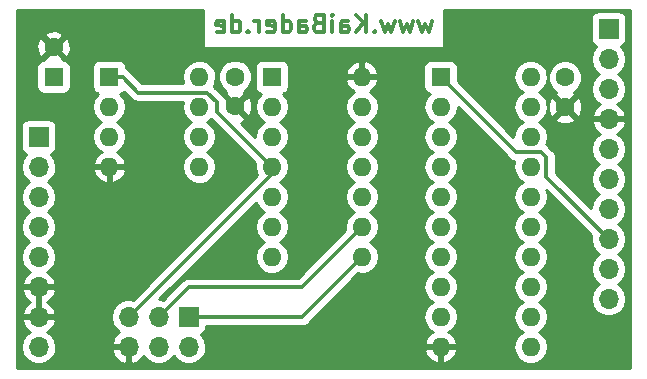
<source format=gbl>
G04 #@! TF.GenerationSoftware,KiCad,Pcbnew,no-vcs-found-104b606~61~ubuntu17.10.1*
G04 #@! TF.CreationDate,2018-02-15T12:11:00+01:00*
G04 #@! TF.ProjectId,arduino_isp_shield,61726475696E6F5F6973705F73686965,rev?*
G04 #@! TF.SameCoordinates,Original*
G04 #@! TF.FileFunction,Copper,L2,Bot,Signal*
G04 #@! TF.FilePolarity,Positive*
%FSLAX46Y46*%
G04 Gerber Fmt 4.6, Leading zero omitted, Abs format (unit mm)*
G04 Created by KiCad (PCBNEW no-vcs-found-104b606~61~ubuntu17.10.1) date Thu Feb 15 12:11:00 2018*
%MOMM*%
%LPD*%
G01*
G04 APERTURE LIST*
%ADD10C,0.300000*%
%ADD11R,1.600000X1.600000*%
%ADD12C,1.600000*%
%ADD13O,1.600000X1.600000*%
%ADD14R,1.700000X1.700000*%
%ADD15O,1.700000X1.700000*%
%ADD16C,0.254000*%
G04 APERTURE END LIST*
D10*
X153958571Y-80323571D02*
X153672857Y-81323571D01*
X153387142Y-80609285D01*
X153101428Y-81323571D01*
X152815714Y-80323571D01*
X152387142Y-80323571D02*
X152101428Y-81323571D01*
X151815714Y-80609285D01*
X151530000Y-81323571D01*
X151244285Y-80323571D01*
X150815714Y-80323571D02*
X150530000Y-81323571D01*
X150244285Y-80609285D01*
X149958571Y-81323571D01*
X149672857Y-80323571D01*
X149101428Y-81180714D02*
X149030000Y-81252142D01*
X149101428Y-81323571D01*
X149172857Y-81252142D01*
X149101428Y-81180714D01*
X149101428Y-81323571D01*
X148387142Y-81323571D02*
X148387142Y-79823571D01*
X147530000Y-81323571D02*
X148172857Y-80466428D01*
X147530000Y-79823571D02*
X148387142Y-80680714D01*
X146244285Y-81323571D02*
X146244285Y-80537857D01*
X146315714Y-80395000D01*
X146458571Y-80323571D01*
X146744285Y-80323571D01*
X146887142Y-80395000D01*
X146244285Y-81252142D02*
X146387142Y-81323571D01*
X146744285Y-81323571D01*
X146887142Y-81252142D01*
X146958571Y-81109285D01*
X146958571Y-80966428D01*
X146887142Y-80823571D01*
X146744285Y-80752142D01*
X146387142Y-80752142D01*
X146244285Y-80680714D01*
X145530000Y-81323571D02*
X145530000Y-80323571D01*
X145530000Y-79823571D02*
X145601428Y-79895000D01*
X145530000Y-79966428D01*
X145458571Y-79895000D01*
X145530000Y-79823571D01*
X145530000Y-79966428D01*
X144315714Y-80537857D02*
X144101428Y-80609285D01*
X144030000Y-80680714D01*
X143958571Y-80823571D01*
X143958571Y-81037857D01*
X144030000Y-81180714D01*
X144101428Y-81252142D01*
X144244285Y-81323571D01*
X144815714Y-81323571D01*
X144815714Y-79823571D01*
X144315714Y-79823571D01*
X144172857Y-79895000D01*
X144101428Y-79966428D01*
X144030000Y-80109285D01*
X144030000Y-80252142D01*
X144101428Y-80395000D01*
X144172857Y-80466428D01*
X144315714Y-80537857D01*
X144815714Y-80537857D01*
X142672857Y-81323571D02*
X142672857Y-80537857D01*
X142744285Y-80395000D01*
X142887142Y-80323571D01*
X143172857Y-80323571D01*
X143315714Y-80395000D01*
X142672857Y-81252142D02*
X142815714Y-81323571D01*
X143172857Y-81323571D01*
X143315714Y-81252142D01*
X143387142Y-81109285D01*
X143387142Y-80966428D01*
X143315714Y-80823571D01*
X143172857Y-80752142D01*
X142815714Y-80752142D01*
X142672857Y-80680714D01*
X141315714Y-81323571D02*
X141315714Y-79823571D01*
X141315714Y-81252142D02*
X141458571Y-81323571D01*
X141744285Y-81323571D01*
X141887142Y-81252142D01*
X141958571Y-81180714D01*
X142030000Y-81037857D01*
X142030000Y-80609285D01*
X141958571Y-80466428D01*
X141887142Y-80395000D01*
X141744285Y-80323571D01*
X141458571Y-80323571D01*
X141315714Y-80395000D01*
X140030000Y-81252142D02*
X140172857Y-81323571D01*
X140458571Y-81323571D01*
X140601428Y-81252142D01*
X140672857Y-81109285D01*
X140672857Y-80537857D01*
X140601428Y-80395000D01*
X140458571Y-80323571D01*
X140172857Y-80323571D01*
X140030000Y-80395000D01*
X139958571Y-80537857D01*
X139958571Y-80680714D01*
X140672857Y-80823571D01*
X139315714Y-81323571D02*
X139315714Y-80323571D01*
X139315714Y-80609285D02*
X139244285Y-80466428D01*
X139172857Y-80395000D01*
X139030000Y-80323571D01*
X138887142Y-80323571D01*
X138387142Y-81180714D02*
X138315714Y-81252142D01*
X138387142Y-81323571D01*
X138458571Y-81252142D01*
X138387142Y-81180714D01*
X138387142Y-81323571D01*
X137030000Y-81323571D02*
X137030000Y-79823571D01*
X137030000Y-81252142D02*
X137172857Y-81323571D01*
X137458571Y-81323571D01*
X137601428Y-81252142D01*
X137672857Y-81180714D01*
X137744285Y-81037857D01*
X137744285Y-80609285D01*
X137672857Y-80466428D01*
X137601428Y-80395000D01*
X137458571Y-80323571D01*
X137172857Y-80323571D01*
X137030000Y-80395000D01*
X135744285Y-81252142D02*
X135887142Y-81323571D01*
X136172857Y-81323571D01*
X136315714Y-81252142D01*
X136387142Y-81109285D01*
X136387142Y-80537857D01*
X136315714Y-80395000D01*
X136172857Y-80323571D01*
X135887142Y-80323571D01*
X135744285Y-80395000D01*
X135672857Y-80537857D01*
X135672857Y-80680714D01*
X136387142Y-80823571D01*
D11*
X121920000Y-85090000D03*
D12*
X121920000Y-82590000D03*
D11*
X126634095Y-85090000D03*
D13*
X134254095Y-92710000D03*
X126634095Y-87630000D03*
X134254095Y-90170000D03*
X126634095Y-90170000D03*
X134254095Y-87630000D03*
X126634095Y-92710000D03*
X134254095Y-85090000D03*
D12*
X165227000Y-87630000D03*
X165227000Y-85130000D03*
X137287000Y-85090000D03*
X137287000Y-87590000D03*
D14*
X168910000Y-81030000D03*
D15*
X168910000Y-83570000D03*
X168910000Y-86110000D03*
X168910000Y-88650000D03*
X168910000Y-91190000D03*
X168910000Y-93730000D03*
X168910000Y-96270000D03*
X168910000Y-98810000D03*
X168910000Y-101350000D03*
X168910000Y-103890000D03*
D14*
X120650000Y-90170000D03*
D15*
X120650000Y-92710000D03*
X120650000Y-95250000D03*
X120650000Y-97790000D03*
X120650000Y-100330000D03*
X120650000Y-102870000D03*
X120650000Y-105410000D03*
X120650000Y-107950000D03*
D11*
X140406714Y-85090000D03*
D13*
X148026714Y-100330000D03*
X140406714Y-87630000D03*
X148026714Y-97790000D03*
X140406714Y-90170000D03*
X148026714Y-95250000D03*
X140406714Y-92710000D03*
X148026714Y-92710000D03*
X140406714Y-95250000D03*
X148026714Y-90170000D03*
X140406714Y-97790000D03*
X148026714Y-87630000D03*
X140406714Y-100330000D03*
X148026714Y-85090000D03*
D14*
X133350000Y-105410000D03*
D15*
X133350000Y-107950000D03*
X130810000Y-105410000D03*
X130810000Y-107950000D03*
X128270000Y-105410000D03*
X128270000Y-107950000D03*
D11*
X154690285Y-85090000D03*
D13*
X162310285Y-107950000D03*
X154690285Y-87630000D03*
X162310285Y-105410000D03*
X154690285Y-90170000D03*
X162310285Y-102870000D03*
X154690285Y-92710000D03*
X162310285Y-100330000D03*
X154690285Y-95250000D03*
X162310285Y-97790000D03*
X154690285Y-97790000D03*
X162310285Y-95250000D03*
X154690285Y-100330000D03*
X162310285Y-92710000D03*
X154690285Y-102870000D03*
X162310285Y-90170000D03*
X154690285Y-105410000D03*
X162310285Y-87630000D03*
X154690285Y-107950000D03*
X162310285Y-85090000D03*
D10*
X133350000Y-105410000D02*
X142946714Y-105410000D01*
X142946714Y-105410000D02*
X148026714Y-100330000D01*
X130810000Y-105410000D02*
X133350000Y-102870000D01*
X133350000Y-102870000D02*
X142946714Y-102870000D01*
X142946714Y-102870000D02*
X148026714Y-97790000D01*
X129095500Y-86423500D02*
X127762000Y-85090000D01*
X127762000Y-85090000D02*
X126634095Y-85090000D01*
X134937500Y-86423500D02*
X129095500Y-86423500D01*
X135763000Y-88074500D02*
X135763000Y-87249000D01*
X136128785Y-88440285D02*
X135763000Y-88074500D01*
X140406714Y-92710000D02*
X136136999Y-88440285D01*
X135763000Y-87249000D02*
X134937500Y-86423500D01*
X136136999Y-88440285D02*
X136128785Y-88440285D01*
X163195000Y-91440000D02*
X163639500Y-91884500D01*
X163826000Y-93722000D02*
X163639500Y-93535500D01*
X163639500Y-93535500D02*
X163639500Y-91884500D01*
X163826000Y-93726000D02*
X163826000Y-93722000D01*
X168910000Y-98810000D02*
X163826000Y-93726000D01*
X168910000Y-98810000D02*
X167709999Y-97609999D01*
X167709999Y-97609999D02*
X167709999Y-97605999D01*
X160920286Y-91324286D02*
X161036000Y-91440000D01*
X161036000Y-91440000D02*
X163195000Y-91440000D01*
X160920286Y-91320001D02*
X160920286Y-91324286D01*
X128270000Y-105410000D02*
X140406714Y-93273286D01*
X140406714Y-93273286D02*
X140406714Y-92710000D01*
X160920286Y-91320001D02*
X154690285Y-85090000D01*
D16*
G36*
X134602143Y-82675000D02*
X154957857Y-82675000D01*
X154957857Y-79450000D01*
X170740001Y-79450000D01*
X170740000Y-109780000D01*
X118820000Y-109780000D01*
X118820000Y-107950000D01*
X119135908Y-107950000D01*
X119251161Y-108529418D01*
X119579375Y-109020625D01*
X120070582Y-109348839D01*
X120503744Y-109435000D01*
X120796256Y-109435000D01*
X121229418Y-109348839D01*
X121720625Y-109020625D01*
X122048839Y-108529418D01*
X122093102Y-108306892D01*
X126828514Y-108306892D01*
X127074817Y-108831358D01*
X127503076Y-109221645D01*
X127913110Y-109391476D01*
X128143000Y-109270155D01*
X128143000Y-108077000D01*
X126949181Y-108077000D01*
X126828514Y-108306892D01*
X122093102Y-108306892D01*
X122164092Y-107950000D01*
X122048839Y-107370582D01*
X121720625Y-106879375D01*
X121401522Y-106666157D01*
X121531358Y-106605183D01*
X121921645Y-106176924D01*
X122091476Y-105766890D01*
X121970155Y-105537000D01*
X120777000Y-105537000D01*
X120777000Y-105557000D01*
X120523000Y-105557000D01*
X120523000Y-105537000D01*
X119329845Y-105537000D01*
X119208524Y-105766890D01*
X119378355Y-106176924D01*
X119768642Y-106605183D01*
X119898478Y-106666157D01*
X119579375Y-106879375D01*
X119251161Y-107370582D01*
X119135908Y-107950000D01*
X118820000Y-107950000D01*
X118820000Y-103226890D01*
X119208524Y-103226890D01*
X119378355Y-103636924D01*
X119768642Y-104065183D01*
X119927954Y-104140000D01*
X119768642Y-104214817D01*
X119378355Y-104643076D01*
X119208524Y-105053110D01*
X119329845Y-105283000D01*
X120523000Y-105283000D01*
X120523000Y-102997000D01*
X120777000Y-102997000D01*
X120777000Y-105283000D01*
X121970155Y-105283000D01*
X122091476Y-105053110D01*
X121921645Y-104643076D01*
X121531358Y-104214817D01*
X121372046Y-104140000D01*
X121531358Y-104065183D01*
X121921645Y-103636924D01*
X122091476Y-103226890D01*
X121970155Y-102997000D01*
X120777000Y-102997000D01*
X120523000Y-102997000D01*
X119329845Y-102997000D01*
X119208524Y-103226890D01*
X118820000Y-103226890D01*
X118820000Y-92710000D01*
X119135908Y-92710000D01*
X119251161Y-93289418D01*
X119579375Y-93780625D01*
X119877761Y-93980000D01*
X119579375Y-94179375D01*
X119251161Y-94670582D01*
X119135908Y-95250000D01*
X119251161Y-95829418D01*
X119579375Y-96320625D01*
X119877761Y-96520000D01*
X119579375Y-96719375D01*
X119251161Y-97210582D01*
X119135908Y-97790000D01*
X119251161Y-98369418D01*
X119579375Y-98860625D01*
X119877761Y-99060000D01*
X119579375Y-99259375D01*
X119251161Y-99750582D01*
X119135908Y-100330000D01*
X119251161Y-100909418D01*
X119579375Y-101400625D01*
X119898478Y-101613843D01*
X119768642Y-101674817D01*
X119378355Y-102103076D01*
X119208524Y-102513110D01*
X119329845Y-102743000D01*
X120523000Y-102743000D01*
X120523000Y-102723000D01*
X120777000Y-102723000D01*
X120777000Y-102743000D01*
X121970155Y-102743000D01*
X122091476Y-102513110D01*
X121921645Y-102103076D01*
X121531358Y-101674817D01*
X121401522Y-101613843D01*
X121720625Y-101400625D01*
X122048839Y-100909418D01*
X122164092Y-100330000D01*
X122048839Y-99750582D01*
X121720625Y-99259375D01*
X121422239Y-99060000D01*
X121720625Y-98860625D01*
X122048839Y-98369418D01*
X122164092Y-97790000D01*
X122048839Y-97210582D01*
X121720625Y-96719375D01*
X121422239Y-96520000D01*
X121720625Y-96320625D01*
X122048839Y-95829418D01*
X122164092Y-95250000D01*
X122048839Y-94670582D01*
X121720625Y-94179375D01*
X121422239Y-93980000D01*
X121720625Y-93780625D01*
X122048839Y-93289418D01*
X122094664Y-93059039D01*
X125242191Y-93059039D01*
X125403054Y-93447423D01*
X125778961Y-93862389D01*
X126285054Y-94101914D01*
X126507095Y-93980629D01*
X126507095Y-92837000D01*
X126761095Y-92837000D01*
X126761095Y-93980629D01*
X126983136Y-94101914D01*
X127489229Y-93862389D01*
X127865136Y-93447423D01*
X128025999Y-93059039D01*
X127904010Y-92837000D01*
X126761095Y-92837000D01*
X126507095Y-92837000D01*
X125364180Y-92837000D01*
X125242191Y-93059039D01*
X122094664Y-93059039D01*
X122164092Y-92710000D01*
X122048839Y-92130582D01*
X121720625Y-91639375D01*
X121702381Y-91627184D01*
X121747765Y-91618157D01*
X121957809Y-91477809D01*
X122098157Y-91267765D01*
X122147440Y-91020000D01*
X122147440Y-89320000D01*
X122098157Y-89072235D01*
X121957809Y-88862191D01*
X121747765Y-88721843D01*
X121500000Y-88672560D01*
X119800000Y-88672560D01*
X119552235Y-88721843D01*
X119342191Y-88862191D01*
X119201843Y-89072235D01*
X119152560Y-89320000D01*
X119152560Y-91020000D01*
X119201843Y-91267765D01*
X119342191Y-91477809D01*
X119552235Y-91618157D01*
X119597619Y-91627184D01*
X119579375Y-91639375D01*
X119251161Y-92130582D01*
X119135908Y-92710000D01*
X118820000Y-92710000D01*
X118820000Y-87630000D01*
X125170982Y-87630000D01*
X125282355Y-88189909D01*
X125599518Y-88664577D01*
X125951853Y-88900000D01*
X125599518Y-89135423D01*
X125282355Y-89610091D01*
X125170982Y-90170000D01*
X125282355Y-90729909D01*
X125599518Y-91204577D01*
X125983203Y-91460947D01*
X125778961Y-91557611D01*
X125403054Y-91972577D01*
X125242191Y-92360961D01*
X125364180Y-92583000D01*
X126507095Y-92583000D01*
X126507095Y-92563000D01*
X126761095Y-92563000D01*
X126761095Y-92583000D01*
X127904010Y-92583000D01*
X128025999Y-92360961D01*
X127865136Y-91972577D01*
X127489229Y-91557611D01*
X127284987Y-91460947D01*
X127668672Y-91204577D01*
X127985835Y-90729909D01*
X128097208Y-90170000D01*
X127985835Y-89610091D01*
X127668672Y-89135423D01*
X127316337Y-88900000D01*
X127668672Y-88664577D01*
X127985835Y-88189909D01*
X128097208Y-87630000D01*
X127985835Y-87070091D01*
X127668672Y-86595423D01*
X127547989Y-86514785D01*
X127681860Y-86488157D01*
X127891904Y-86347809D01*
X127899013Y-86337170D01*
X128485753Y-86923911D01*
X128529547Y-86989453D01*
X128595089Y-87033247D01*
X128595091Y-87033249D01*
X128789208Y-87162954D01*
X129018184Y-87208500D01*
X129018188Y-87208500D01*
X129095500Y-87223878D01*
X129172812Y-87208500D01*
X132874824Y-87208500D01*
X132790982Y-87630000D01*
X132902355Y-88189909D01*
X133219518Y-88664577D01*
X133571853Y-88900000D01*
X133219518Y-89135423D01*
X132902355Y-89610091D01*
X132790982Y-90170000D01*
X132902355Y-90729909D01*
X133219518Y-91204577D01*
X133571853Y-91440000D01*
X133219518Y-91675423D01*
X132902355Y-92150091D01*
X132790982Y-92710000D01*
X132902355Y-93269909D01*
X133219518Y-93744577D01*
X133694186Y-94061740D01*
X134112762Y-94145000D01*
X134395428Y-94145000D01*
X134814004Y-94061740D01*
X135288672Y-93744577D01*
X135605835Y-93269909D01*
X135717208Y-92710000D01*
X135605835Y-92150091D01*
X135288672Y-91675423D01*
X134936337Y-91440000D01*
X135288672Y-91204577D01*
X135605835Y-90729909D01*
X135717208Y-90170000D01*
X135605835Y-89610091D01*
X135288672Y-89135423D01*
X134936337Y-88900000D01*
X135260911Y-88683126D01*
X135262592Y-88684249D01*
X135519036Y-88940693D01*
X135562832Y-89006238D01*
X135653132Y-89066575D01*
X139002160Y-92415604D01*
X138943601Y-92710000D01*
X139054974Y-93269909D01*
X139153091Y-93416752D01*
X128606918Y-103962925D01*
X128416256Y-103925000D01*
X128123744Y-103925000D01*
X127690582Y-104011161D01*
X127199375Y-104339375D01*
X126871161Y-104830582D01*
X126755908Y-105410000D01*
X126871161Y-105989418D01*
X127199375Y-106480625D01*
X127499786Y-106681353D01*
X127074817Y-107068642D01*
X126828514Y-107593108D01*
X126949181Y-107823000D01*
X128143000Y-107823000D01*
X128143000Y-107803000D01*
X128397000Y-107803000D01*
X128397000Y-107823000D01*
X128417000Y-107823000D01*
X128417000Y-108077000D01*
X128397000Y-108077000D01*
X128397000Y-109270155D01*
X128626890Y-109391476D01*
X129036924Y-109221645D01*
X129465183Y-108831358D01*
X129526157Y-108701522D01*
X129739375Y-109020625D01*
X130230582Y-109348839D01*
X130663744Y-109435000D01*
X130956256Y-109435000D01*
X131389418Y-109348839D01*
X131880625Y-109020625D01*
X132080000Y-108722239D01*
X132279375Y-109020625D01*
X132770582Y-109348839D01*
X133203744Y-109435000D01*
X133496256Y-109435000D01*
X133929418Y-109348839D01*
X134420625Y-109020625D01*
X134748839Y-108529418D01*
X134794664Y-108299039D01*
X153298381Y-108299039D01*
X153459244Y-108687423D01*
X153835151Y-109102389D01*
X154341244Y-109341914D01*
X154563285Y-109220629D01*
X154563285Y-108077000D01*
X154817285Y-108077000D01*
X154817285Y-109220629D01*
X155039326Y-109341914D01*
X155545419Y-109102389D01*
X155921326Y-108687423D01*
X156082189Y-108299039D01*
X155960200Y-108077000D01*
X154817285Y-108077000D01*
X154563285Y-108077000D01*
X153420370Y-108077000D01*
X153298381Y-108299039D01*
X134794664Y-108299039D01*
X134864092Y-107950000D01*
X134748839Y-107370582D01*
X134420625Y-106879375D01*
X134402381Y-106867184D01*
X134447765Y-106858157D01*
X134657809Y-106717809D01*
X134798157Y-106507765D01*
X134847440Y-106260000D01*
X134847440Y-106195000D01*
X142869402Y-106195000D01*
X142946714Y-106210378D01*
X143024026Y-106195000D01*
X143024030Y-106195000D01*
X143253006Y-106149454D01*
X143512667Y-105975953D01*
X143556463Y-105910408D01*
X147732318Y-101734554D01*
X147885381Y-101765000D01*
X148168047Y-101765000D01*
X148586623Y-101681740D01*
X149061291Y-101364577D01*
X149378454Y-100889909D01*
X149489827Y-100330000D01*
X149378454Y-99770091D01*
X149061291Y-99295423D01*
X148708956Y-99060000D01*
X149061291Y-98824577D01*
X149378454Y-98349909D01*
X149489827Y-97790000D01*
X149378454Y-97230091D01*
X149061291Y-96755423D01*
X148708956Y-96520000D01*
X149061291Y-96284577D01*
X149378454Y-95809909D01*
X149489827Y-95250000D01*
X149378454Y-94690091D01*
X149061291Y-94215423D01*
X148708956Y-93980000D01*
X149061291Y-93744577D01*
X149378454Y-93269909D01*
X149489827Y-92710000D01*
X149378454Y-92150091D01*
X149061291Y-91675423D01*
X148708956Y-91440000D01*
X149061291Y-91204577D01*
X149378454Y-90729909D01*
X149489827Y-90170000D01*
X149378454Y-89610091D01*
X149061291Y-89135423D01*
X148708956Y-88900000D01*
X149061291Y-88664577D01*
X149378454Y-88189909D01*
X149489827Y-87630000D01*
X153227172Y-87630000D01*
X153338545Y-88189909D01*
X153655708Y-88664577D01*
X154008043Y-88900000D01*
X153655708Y-89135423D01*
X153338545Y-89610091D01*
X153227172Y-90170000D01*
X153338545Y-90729909D01*
X153655708Y-91204577D01*
X154008043Y-91440000D01*
X153655708Y-91675423D01*
X153338545Y-92150091D01*
X153227172Y-92710000D01*
X153338545Y-93269909D01*
X153655708Y-93744577D01*
X154008043Y-93980000D01*
X153655708Y-94215423D01*
X153338545Y-94690091D01*
X153227172Y-95250000D01*
X153338545Y-95809909D01*
X153655708Y-96284577D01*
X154008043Y-96520000D01*
X153655708Y-96755423D01*
X153338545Y-97230091D01*
X153227172Y-97790000D01*
X153338545Y-98349909D01*
X153655708Y-98824577D01*
X154008043Y-99060000D01*
X153655708Y-99295423D01*
X153338545Y-99770091D01*
X153227172Y-100330000D01*
X153338545Y-100889909D01*
X153655708Y-101364577D01*
X154008043Y-101600000D01*
X153655708Y-101835423D01*
X153338545Y-102310091D01*
X153227172Y-102870000D01*
X153338545Y-103429909D01*
X153655708Y-103904577D01*
X154008043Y-104140000D01*
X153655708Y-104375423D01*
X153338545Y-104850091D01*
X153227172Y-105410000D01*
X153338545Y-105969909D01*
X153655708Y-106444577D01*
X154039393Y-106700947D01*
X153835151Y-106797611D01*
X153459244Y-107212577D01*
X153298381Y-107600961D01*
X153420370Y-107823000D01*
X154563285Y-107823000D01*
X154563285Y-107803000D01*
X154817285Y-107803000D01*
X154817285Y-107823000D01*
X155960200Y-107823000D01*
X156082189Y-107600961D01*
X155921326Y-107212577D01*
X155545419Y-106797611D01*
X155341177Y-106700947D01*
X155724862Y-106444577D01*
X156042025Y-105969909D01*
X156153398Y-105410000D01*
X156042025Y-104850091D01*
X155724862Y-104375423D01*
X155372527Y-104140000D01*
X155724862Y-103904577D01*
X156042025Y-103429909D01*
X156153398Y-102870000D01*
X156042025Y-102310091D01*
X155724862Y-101835423D01*
X155372527Y-101600000D01*
X155724862Y-101364577D01*
X156042025Y-100889909D01*
X156153398Y-100330000D01*
X156042025Y-99770091D01*
X155724862Y-99295423D01*
X155372527Y-99060000D01*
X155724862Y-98824577D01*
X156042025Y-98349909D01*
X156153398Y-97790000D01*
X156042025Y-97230091D01*
X155724862Y-96755423D01*
X155372527Y-96520000D01*
X155724862Y-96284577D01*
X156042025Y-95809909D01*
X156153398Y-95250000D01*
X156042025Y-94690091D01*
X155724862Y-94215423D01*
X155372527Y-93980000D01*
X155724862Y-93744577D01*
X156042025Y-93269909D01*
X156153398Y-92710000D01*
X156042025Y-92150091D01*
X155724862Y-91675423D01*
X155372527Y-91440000D01*
X155724862Y-91204577D01*
X156042025Y-90729909D01*
X156153398Y-90170000D01*
X156042025Y-89610091D01*
X155724862Y-89135423D01*
X155372527Y-88900000D01*
X155724862Y-88664577D01*
X156042025Y-88189909D01*
X156147878Y-87657750D01*
X160301910Y-91811783D01*
X160354333Y-91890239D01*
X160419878Y-91934035D01*
X160426251Y-91940408D01*
X160470047Y-92005953D01*
X160729708Y-92179454D01*
X160944217Y-92222122D01*
X160847172Y-92710000D01*
X160958545Y-93269909D01*
X161275708Y-93744577D01*
X161628043Y-93980000D01*
X161275708Y-94215423D01*
X160958545Y-94690091D01*
X160847172Y-95250000D01*
X160958545Y-95809909D01*
X161275708Y-96284577D01*
X161628043Y-96520000D01*
X161275708Y-96755423D01*
X160958545Y-97230091D01*
X160847172Y-97790000D01*
X160958545Y-98349909D01*
X161275708Y-98824577D01*
X161628043Y-99060000D01*
X161275708Y-99295423D01*
X160958545Y-99770091D01*
X160847172Y-100330000D01*
X160958545Y-100889909D01*
X161275708Y-101364577D01*
X161628043Y-101600000D01*
X161275708Y-101835423D01*
X160958545Y-102310091D01*
X160847172Y-102870000D01*
X160958545Y-103429909D01*
X161275708Y-103904577D01*
X161628043Y-104140000D01*
X161275708Y-104375423D01*
X160958545Y-104850091D01*
X160847172Y-105410000D01*
X160958545Y-105969909D01*
X161275708Y-106444577D01*
X161628043Y-106680000D01*
X161275708Y-106915423D01*
X160958545Y-107390091D01*
X160847172Y-107950000D01*
X160958545Y-108509909D01*
X161275708Y-108984577D01*
X161750376Y-109301740D01*
X162168952Y-109385000D01*
X162451618Y-109385000D01*
X162870194Y-109301740D01*
X163344862Y-108984577D01*
X163662025Y-108509909D01*
X163773398Y-107950000D01*
X163662025Y-107390091D01*
X163344862Y-106915423D01*
X162992527Y-106680000D01*
X163344862Y-106444577D01*
X163662025Y-105969909D01*
X163773398Y-105410000D01*
X163662025Y-104850091D01*
X163344862Y-104375423D01*
X162992527Y-104140000D01*
X163344862Y-103904577D01*
X163662025Y-103429909D01*
X163773398Y-102870000D01*
X163662025Y-102310091D01*
X163344862Y-101835423D01*
X162992527Y-101600000D01*
X163344862Y-101364577D01*
X163662025Y-100889909D01*
X163773398Y-100330000D01*
X163662025Y-99770091D01*
X163344862Y-99295423D01*
X162992527Y-99060000D01*
X163344862Y-98824577D01*
X163662025Y-98349909D01*
X163773398Y-97790000D01*
X163662025Y-97230091D01*
X163344862Y-96755423D01*
X162992527Y-96520000D01*
X163344862Y-96284577D01*
X163662025Y-95809909D01*
X163773398Y-95250000D01*
X163662025Y-94690091D01*
X163625962Y-94636119D01*
X167100250Y-98110407D01*
X167144046Y-98175952D01*
X167209591Y-98219748D01*
X167462925Y-98473082D01*
X167395908Y-98810000D01*
X167511161Y-99389418D01*
X167839375Y-99880625D01*
X168137761Y-100080000D01*
X167839375Y-100279375D01*
X167511161Y-100770582D01*
X167395908Y-101350000D01*
X167511161Y-101929418D01*
X167839375Y-102420625D01*
X168137761Y-102620000D01*
X167839375Y-102819375D01*
X167511161Y-103310582D01*
X167395908Y-103890000D01*
X167511161Y-104469418D01*
X167839375Y-104960625D01*
X168330582Y-105288839D01*
X168763744Y-105375000D01*
X169056256Y-105375000D01*
X169489418Y-105288839D01*
X169980625Y-104960625D01*
X170308839Y-104469418D01*
X170424092Y-103890000D01*
X170308839Y-103310582D01*
X169980625Y-102819375D01*
X169682239Y-102620000D01*
X169980625Y-102420625D01*
X170308839Y-101929418D01*
X170424092Y-101350000D01*
X170308839Y-100770582D01*
X169980625Y-100279375D01*
X169682239Y-100080000D01*
X169980625Y-99880625D01*
X170308839Y-99389418D01*
X170424092Y-98810000D01*
X170308839Y-98230582D01*
X169980625Y-97739375D01*
X169682239Y-97540000D01*
X169980625Y-97340625D01*
X170308839Y-96849418D01*
X170424092Y-96270000D01*
X170308839Y-95690582D01*
X169980625Y-95199375D01*
X169682239Y-95000000D01*
X169980625Y-94800625D01*
X170308839Y-94309418D01*
X170424092Y-93730000D01*
X170308839Y-93150582D01*
X169980625Y-92659375D01*
X169682239Y-92460000D01*
X169980625Y-92260625D01*
X170308839Y-91769418D01*
X170424092Y-91190000D01*
X170308839Y-90610582D01*
X169980625Y-90119375D01*
X169661522Y-89906157D01*
X169791358Y-89845183D01*
X170181645Y-89416924D01*
X170351476Y-89006890D01*
X170230155Y-88777000D01*
X169037000Y-88777000D01*
X169037000Y-88797000D01*
X168783000Y-88797000D01*
X168783000Y-88777000D01*
X167589845Y-88777000D01*
X167468524Y-89006890D01*
X167638355Y-89416924D01*
X168028642Y-89845183D01*
X168158478Y-89906157D01*
X167839375Y-90119375D01*
X167511161Y-90610582D01*
X167395908Y-91190000D01*
X167511161Y-91769418D01*
X167839375Y-92260625D01*
X168137761Y-92460000D01*
X167839375Y-92659375D01*
X167511161Y-93150582D01*
X167395908Y-93730000D01*
X167511161Y-94309418D01*
X167839375Y-94800625D01*
X168137761Y-95000000D01*
X167839375Y-95199375D01*
X167511161Y-95690582D01*
X167409886Y-96199729D01*
X164443804Y-93233647D01*
X164435749Y-93221592D01*
X164424500Y-93204757D01*
X164424500Y-91961812D01*
X164439878Y-91884500D01*
X164424500Y-91807188D01*
X164424500Y-91807184D01*
X164378954Y-91578208D01*
X164205453Y-91318547D01*
X164139908Y-91274751D01*
X163804749Y-90939592D01*
X163760953Y-90874047D01*
X163625977Y-90783858D01*
X163662025Y-90729909D01*
X163773398Y-90170000D01*
X163662025Y-89610091D01*
X163344862Y-89135423D01*
X162992527Y-88900000D01*
X163344862Y-88664577D01*
X163362790Y-88637745D01*
X164398861Y-88637745D01*
X164472995Y-88883864D01*
X165010223Y-89076965D01*
X165580454Y-89049778D01*
X165981005Y-88883864D01*
X166055139Y-88637745D01*
X165227000Y-87809605D01*
X164398861Y-88637745D01*
X163362790Y-88637745D01*
X163662025Y-88189909D01*
X163773398Y-87630000D01*
X163730279Y-87413223D01*
X163780035Y-87413223D01*
X163807222Y-87983454D01*
X163973136Y-88384005D01*
X164219255Y-88458139D01*
X165047395Y-87630000D01*
X165406605Y-87630000D01*
X166234745Y-88458139D01*
X166480864Y-88384005D01*
X166673965Y-87846777D01*
X166646778Y-87276546D01*
X166480864Y-86875995D01*
X166234745Y-86801861D01*
X165406605Y-87630000D01*
X165047395Y-87630000D01*
X164219255Y-86801861D01*
X163973136Y-86875995D01*
X163780035Y-87413223D01*
X163730279Y-87413223D01*
X163662025Y-87070091D01*
X163344862Y-86595423D01*
X162992527Y-86360000D01*
X163344862Y-86124577D01*
X163662025Y-85649909D01*
X163773398Y-85090000D01*
X163724578Y-84844561D01*
X163792000Y-84844561D01*
X163792000Y-85415439D01*
X164010466Y-85942862D01*
X164414138Y-86346534D01*
X164479299Y-86373525D01*
X164472995Y-86376136D01*
X164398861Y-86622255D01*
X165227000Y-87450395D01*
X166055139Y-86622255D01*
X165981005Y-86376136D01*
X165974254Y-86373710D01*
X166039862Y-86346534D01*
X166443534Y-85942862D01*
X166662000Y-85415439D01*
X166662000Y-84844561D01*
X166443534Y-84317138D01*
X166039862Y-83913466D01*
X165512439Y-83695000D01*
X164941561Y-83695000D01*
X164414138Y-83913466D01*
X164010466Y-84317138D01*
X163792000Y-84844561D01*
X163724578Y-84844561D01*
X163662025Y-84530091D01*
X163344862Y-84055423D01*
X162870194Y-83738260D01*
X162451618Y-83655000D01*
X162168952Y-83655000D01*
X161750376Y-83738260D01*
X161275708Y-84055423D01*
X160958545Y-84530091D01*
X160847172Y-85090000D01*
X160958545Y-85649909D01*
X161275708Y-86124577D01*
X161628043Y-86360000D01*
X161275708Y-86595423D01*
X160958545Y-87070091D01*
X160847172Y-87630000D01*
X160958545Y-88189909D01*
X161275708Y-88664577D01*
X161628043Y-88900000D01*
X161275708Y-89135423D01*
X160958545Y-89610091D01*
X160852692Y-90142249D01*
X156137725Y-85427283D01*
X156137725Y-84290000D01*
X156088442Y-84042235D01*
X155948094Y-83832191D01*
X155738050Y-83691843D01*
X155490285Y-83642560D01*
X153890285Y-83642560D01*
X153642520Y-83691843D01*
X153432476Y-83832191D01*
X153292128Y-84042235D01*
X153242845Y-84290000D01*
X153242845Y-85890000D01*
X153292128Y-86137765D01*
X153432476Y-86347809D01*
X153642520Y-86488157D01*
X153776391Y-86514785D01*
X153655708Y-86595423D01*
X153338545Y-87070091D01*
X153227172Y-87630000D01*
X149489827Y-87630000D01*
X149378454Y-87070091D01*
X149061291Y-86595423D01*
X148677606Y-86339053D01*
X148881848Y-86242389D01*
X149257755Y-85827423D01*
X149418618Y-85439039D01*
X149296629Y-85217000D01*
X148153714Y-85217000D01*
X148153714Y-85237000D01*
X147899714Y-85237000D01*
X147899714Y-85217000D01*
X146756799Y-85217000D01*
X146634810Y-85439039D01*
X146795673Y-85827423D01*
X147171580Y-86242389D01*
X147375822Y-86339053D01*
X146992137Y-86595423D01*
X146674974Y-87070091D01*
X146563601Y-87630000D01*
X146674974Y-88189909D01*
X146992137Y-88664577D01*
X147344472Y-88900000D01*
X146992137Y-89135423D01*
X146674974Y-89610091D01*
X146563601Y-90170000D01*
X146674974Y-90729909D01*
X146992137Y-91204577D01*
X147344472Y-91440000D01*
X146992137Y-91675423D01*
X146674974Y-92150091D01*
X146563601Y-92710000D01*
X146674974Y-93269909D01*
X146992137Y-93744577D01*
X147344472Y-93980000D01*
X146992137Y-94215423D01*
X146674974Y-94690091D01*
X146563601Y-95250000D01*
X146674974Y-95809909D01*
X146992137Y-96284577D01*
X147344472Y-96520000D01*
X146992137Y-96755423D01*
X146674974Y-97230091D01*
X146563601Y-97790000D01*
X146622160Y-98084396D01*
X142621557Y-102085000D01*
X133427310Y-102085000D01*
X133349999Y-102069622D01*
X133272688Y-102085000D01*
X133272684Y-102085000D01*
X133043708Y-102130546D01*
X133043706Y-102130547D01*
X133043707Y-102130547D01*
X132849591Y-102260251D01*
X132849589Y-102260253D01*
X132784047Y-102304047D01*
X132740253Y-102369589D01*
X131146918Y-103962925D01*
X130956256Y-103925000D01*
X130865157Y-103925000D01*
X139042576Y-95747581D01*
X139054974Y-95809909D01*
X139372137Y-96284577D01*
X139724472Y-96520000D01*
X139372137Y-96755423D01*
X139054974Y-97230091D01*
X138943601Y-97790000D01*
X139054974Y-98349909D01*
X139372137Y-98824577D01*
X139724472Y-99060000D01*
X139372137Y-99295423D01*
X139054974Y-99770091D01*
X138943601Y-100330000D01*
X139054974Y-100889909D01*
X139372137Y-101364577D01*
X139846805Y-101681740D01*
X140265381Y-101765000D01*
X140548047Y-101765000D01*
X140966623Y-101681740D01*
X141441291Y-101364577D01*
X141758454Y-100889909D01*
X141869827Y-100330000D01*
X141758454Y-99770091D01*
X141441291Y-99295423D01*
X141088956Y-99060000D01*
X141441291Y-98824577D01*
X141758454Y-98349909D01*
X141869827Y-97790000D01*
X141758454Y-97230091D01*
X141441291Y-96755423D01*
X141088956Y-96520000D01*
X141441291Y-96284577D01*
X141758454Y-95809909D01*
X141869827Y-95250000D01*
X141758454Y-94690091D01*
X141441291Y-94215423D01*
X141088956Y-93980000D01*
X141441291Y-93744577D01*
X141758454Y-93269909D01*
X141869827Y-92710000D01*
X141758454Y-92150091D01*
X141441291Y-91675423D01*
X141088956Y-91440000D01*
X141441291Y-91204577D01*
X141758454Y-90729909D01*
X141869827Y-90170000D01*
X141758454Y-89610091D01*
X141441291Y-89135423D01*
X141088956Y-88900000D01*
X141441291Y-88664577D01*
X141758454Y-88189909D01*
X141869827Y-87630000D01*
X141758454Y-87070091D01*
X141441291Y-86595423D01*
X141320608Y-86514785D01*
X141454479Y-86488157D01*
X141664523Y-86347809D01*
X141804871Y-86137765D01*
X141854154Y-85890000D01*
X141854154Y-84740961D01*
X146634810Y-84740961D01*
X146756799Y-84963000D01*
X147899714Y-84963000D01*
X147899714Y-83819371D01*
X148153714Y-83819371D01*
X148153714Y-84963000D01*
X149296629Y-84963000D01*
X149418618Y-84740961D01*
X149257755Y-84352577D01*
X148881848Y-83937611D01*
X148375755Y-83698086D01*
X148153714Y-83819371D01*
X147899714Y-83819371D01*
X147677673Y-83698086D01*
X147171580Y-83937611D01*
X146795673Y-84352577D01*
X146634810Y-84740961D01*
X141854154Y-84740961D01*
X141854154Y-84290000D01*
X141804871Y-84042235D01*
X141664523Y-83832191D01*
X141454479Y-83691843D01*
X141206714Y-83642560D01*
X139606714Y-83642560D01*
X139358949Y-83691843D01*
X139148905Y-83832191D01*
X139008557Y-84042235D01*
X138959274Y-84290000D01*
X138959274Y-85890000D01*
X139008557Y-86137765D01*
X139148905Y-86347809D01*
X139358949Y-86488157D01*
X139492820Y-86514785D01*
X139372137Y-86595423D01*
X139054974Y-87070091D01*
X138943601Y-87630000D01*
X139054974Y-88189909D01*
X139372137Y-88664577D01*
X139724472Y-88900000D01*
X139372137Y-89135423D01*
X139054974Y-89610091D01*
X138949121Y-90142249D01*
X137765043Y-88958172D01*
X138041005Y-88843864D01*
X138115139Y-88597745D01*
X137287000Y-87769605D01*
X137272858Y-87783748D01*
X137093253Y-87604143D01*
X137107395Y-87590000D01*
X137466605Y-87590000D01*
X138294745Y-88418139D01*
X138540864Y-88344005D01*
X138733965Y-87806777D01*
X138706778Y-87236546D01*
X138540864Y-86835995D01*
X138294745Y-86761861D01*
X137466605Y-87590000D01*
X137107395Y-87590000D01*
X136512970Y-86995576D01*
X136502454Y-86942708D01*
X136422885Y-86823625D01*
X136372749Y-86748591D01*
X136372747Y-86748589D01*
X136328953Y-86683047D01*
X136263411Y-86639253D01*
X135547248Y-85923091D01*
X135503453Y-85857547D01*
X135478318Y-85840752D01*
X135605835Y-85649909D01*
X135717208Y-85090000D01*
X135660431Y-84804561D01*
X135852000Y-84804561D01*
X135852000Y-85375439D01*
X136070466Y-85902862D01*
X136474138Y-86306534D01*
X136539299Y-86333525D01*
X136532995Y-86336136D01*
X136458861Y-86582255D01*
X137287000Y-87410395D01*
X138115139Y-86582255D01*
X138041005Y-86336136D01*
X138034254Y-86333710D01*
X138099862Y-86306534D01*
X138503534Y-85902862D01*
X138722000Y-85375439D01*
X138722000Y-84804561D01*
X138503534Y-84277138D01*
X138099862Y-83873466D01*
X137572439Y-83655000D01*
X137001561Y-83655000D01*
X136474138Y-83873466D01*
X136070466Y-84277138D01*
X135852000Y-84804561D01*
X135660431Y-84804561D01*
X135605835Y-84530091D01*
X135288672Y-84055423D01*
X134814004Y-83738260D01*
X134395428Y-83655000D01*
X134112762Y-83655000D01*
X133694186Y-83738260D01*
X133219518Y-84055423D01*
X132902355Y-84530091D01*
X132790982Y-85090000D01*
X132900086Y-85638500D01*
X129420658Y-85638500D01*
X128371749Y-84589592D01*
X128327953Y-84524047D01*
X128081535Y-84359395D01*
X128081535Y-84290000D01*
X128032252Y-84042235D01*
X127891904Y-83832191D01*
X127681860Y-83691843D01*
X127434095Y-83642560D01*
X125834095Y-83642560D01*
X125586330Y-83691843D01*
X125376286Y-83832191D01*
X125235938Y-84042235D01*
X125186655Y-84290000D01*
X125186655Y-85890000D01*
X125235938Y-86137765D01*
X125376286Y-86347809D01*
X125586330Y-86488157D01*
X125720201Y-86514785D01*
X125599518Y-86595423D01*
X125282355Y-87070091D01*
X125170982Y-87630000D01*
X118820000Y-87630000D01*
X118820000Y-84290000D01*
X120472560Y-84290000D01*
X120472560Y-85890000D01*
X120521843Y-86137765D01*
X120662191Y-86347809D01*
X120872235Y-86488157D01*
X121120000Y-86537440D01*
X122720000Y-86537440D01*
X122967765Y-86488157D01*
X123177809Y-86347809D01*
X123318157Y-86137765D01*
X123367440Y-85890000D01*
X123367440Y-84290000D01*
X123318157Y-84042235D01*
X123177809Y-83832191D01*
X122967765Y-83691843D01*
X122733813Y-83645307D01*
X122748139Y-83597745D01*
X122720395Y-83570000D01*
X167395908Y-83570000D01*
X167511161Y-84149418D01*
X167839375Y-84640625D01*
X168137761Y-84840000D01*
X167839375Y-85039375D01*
X167511161Y-85530582D01*
X167395908Y-86110000D01*
X167511161Y-86689418D01*
X167839375Y-87180625D01*
X168158478Y-87393843D01*
X168028642Y-87454817D01*
X167638355Y-87883076D01*
X167468524Y-88293110D01*
X167589845Y-88523000D01*
X168783000Y-88523000D01*
X168783000Y-88503000D01*
X169037000Y-88503000D01*
X169037000Y-88523000D01*
X170230155Y-88523000D01*
X170351476Y-88293110D01*
X170181645Y-87883076D01*
X169791358Y-87454817D01*
X169661522Y-87393843D01*
X169980625Y-87180625D01*
X170308839Y-86689418D01*
X170424092Y-86110000D01*
X170308839Y-85530582D01*
X169980625Y-85039375D01*
X169682239Y-84840000D01*
X169980625Y-84640625D01*
X170308839Y-84149418D01*
X170424092Y-83570000D01*
X170308839Y-82990582D01*
X169980625Y-82499375D01*
X169962381Y-82487184D01*
X170007765Y-82478157D01*
X170217809Y-82337809D01*
X170358157Y-82127765D01*
X170407440Y-81880000D01*
X170407440Y-80180000D01*
X170358157Y-79932235D01*
X170217809Y-79722191D01*
X170007765Y-79581843D01*
X169760000Y-79532560D01*
X168060000Y-79532560D01*
X167812235Y-79581843D01*
X167602191Y-79722191D01*
X167461843Y-79932235D01*
X167412560Y-80180000D01*
X167412560Y-81880000D01*
X167461843Y-82127765D01*
X167602191Y-82337809D01*
X167812235Y-82478157D01*
X167857619Y-82487184D01*
X167839375Y-82499375D01*
X167511161Y-82990582D01*
X167395908Y-83570000D01*
X122720395Y-83570000D01*
X121920000Y-82769605D01*
X121091861Y-83597745D01*
X121106187Y-83645307D01*
X120872235Y-83691843D01*
X120662191Y-83832191D01*
X120521843Y-84042235D01*
X120472560Y-84290000D01*
X118820000Y-84290000D01*
X118820000Y-82373223D01*
X120473035Y-82373223D01*
X120500222Y-82943454D01*
X120666136Y-83344005D01*
X120912255Y-83418139D01*
X121740395Y-82590000D01*
X122099605Y-82590000D01*
X122927745Y-83418139D01*
X123173864Y-83344005D01*
X123366965Y-82806777D01*
X123339778Y-82236546D01*
X123173864Y-81835995D01*
X122927745Y-81761861D01*
X122099605Y-82590000D01*
X121740395Y-82590000D01*
X120912255Y-81761861D01*
X120666136Y-81835995D01*
X120473035Y-82373223D01*
X118820000Y-82373223D01*
X118820000Y-81582255D01*
X121091861Y-81582255D01*
X121920000Y-82410395D01*
X122748139Y-81582255D01*
X122674005Y-81336136D01*
X122136777Y-81143035D01*
X121566546Y-81170222D01*
X121165995Y-81336136D01*
X121091861Y-81582255D01*
X118820000Y-81582255D01*
X118820000Y-79450000D01*
X134602143Y-79450000D01*
X134602143Y-82675000D01*
X134602143Y-82675000D01*
G37*
X134602143Y-82675000D02*
X154957857Y-82675000D01*
X154957857Y-79450000D01*
X170740001Y-79450000D01*
X170740000Y-109780000D01*
X118820000Y-109780000D01*
X118820000Y-107950000D01*
X119135908Y-107950000D01*
X119251161Y-108529418D01*
X119579375Y-109020625D01*
X120070582Y-109348839D01*
X120503744Y-109435000D01*
X120796256Y-109435000D01*
X121229418Y-109348839D01*
X121720625Y-109020625D01*
X122048839Y-108529418D01*
X122093102Y-108306892D01*
X126828514Y-108306892D01*
X127074817Y-108831358D01*
X127503076Y-109221645D01*
X127913110Y-109391476D01*
X128143000Y-109270155D01*
X128143000Y-108077000D01*
X126949181Y-108077000D01*
X126828514Y-108306892D01*
X122093102Y-108306892D01*
X122164092Y-107950000D01*
X122048839Y-107370582D01*
X121720625Y-106879375D01*
X121401522Y-106666157D01*
X121531358Y-106605183D01*
X121921645Y-106176924D01*
X122091476Y-105766890D01*
X121970155Y-105537000D01*
X120777000Y-105537000D01*
X120777000Y-105557000D01*
X120523000Y-105557000D01*
X120523000Y-105537000D01*
X119329845Y-105537000D01*
X119208524Y-105766890D01*
X119378355Y-106176924D01*
X119768642Y-106605183D01*
X119898478Y-106666157D01*
X119579375Y-106879375D01*
X119251161Y-107370582D01*
X119135908Y-107950000D01*
X118820000Y-107950000D01*
X118820000Y-103226890D01*
X119208524Y-103226890D01*
X119378355Y-103636924D01*
X119768642Y-104065183D01*
X119927954Y-104140000D01*
X119768642Y-104214817D01*
X119378355Y-104643076D01*
X119208524Y-105053110D01*
X119329845Y-105283000D01*
X120523000Y-105283000D01*
X120523000Y-102997000D01*
X120777000Y-102997000D01*
X120777000Y-105283000D01*
X121970155Y-105283000D01*
X122091476Y-105053110D01*
X121921645Y-104643076D01*
X121531358Y-104214817D01*
X121372046Y-104140000D01*
X121531358Y-104065183D01*
X121921645Y-103636924D01*
X122091476Y-103226890D01*
X121970155Y-102997000D01*
X120777000Y-102997000D01*
X120523000Y-102997000D01*
X119329845Y-102997000D01*
X119208524Y-103226890D01*
X118820000Y-103226890D01*
X118820000Y-92710000D01*
X119135908Y-92710000D01*
X119251161Y-93289418D01*
X119579375Y-93780625D01*
X119877761Y-93980000D01*
X119579375Y-94179375D01*
X119251161Y-94670582D01*
X119135908Y-95250000D01*
X119251161Y-95829418D01*
X119579375Y-96320625D01*
X119877761Y-96520000D01*
X119579375Y-96719375D01*
X119251161Y-97210582D01*
X119135908Y-97790000D01*
X119251161Y-98369418D01*
X119579375Y-98860625D01*
X119877761Y-99060000D01*
X119579375Y-99259375D01*
X119251161Y-99750582D01*
X119135908Y-100330000D01*
X119251161Y-100909418D01*
X119579375Y-101400625D01*
X119898478Y-101613843D01*
X119768642Y-101674817D01*
X119378355Y-102103076D01*
X119208524Y-102513110D01*
X119329845Y-102743000D01*
X120523000Y-102743000D01*
X120523000Y-102723000D01*
X120777000Y-102723000D01*
X120777000Y-102743000D01*
X121970155Y-102743000D01*
X122091476Y-102513110D01*
X121921645Y-102103076D01*
X121531358Y-101674817D01*
X121401522Y-101613843D01*
X121720625Y-101400625D01*
X122048839Y-100909418D01*
X122164092Y-100330000D01*
X122048839Y-99750582D01*
X121720625Y-99259375D01*
X121422239Y-99060000D01*
X121720625Y-98860625D01*
X122048839Y-98369418D01*
X122164092Y-97790000D01*
X122048839Y-97210582D01*
X121720625Y-96719375D01*
X121422239Y-96520000D01*
X121720625Y-96320625D01*
X122048839Y-95829418D01*
X122164092Y-95250000D01*
X122048839Y-94670582D01*
X121720625Y-94179375D01*
X121422239Y-93980000D01*
X121720625Y-93780625D01*
X122048839Y-93289418D01*
X122094664Y-93059039D01*
X125242191Y-93059039D01*
X125403054Y-93447423D01*
X125778961Y-93862389D01*
X126285054Y-94101914D01*
X126507095Y-93980629D01*
X126507095Y-92837000D01*
X126761095Y-92837000D01*
X126761095Y-93980629D01*
X126983136Y-94101914D01*
X127489229Y-93862389D01*
X127865136Y-93447423D01*
X128025999Y-93059039D01*
X127904010Y-92837000D01*
X126761095Y-92837000D01*
X126507095Y-92837000D01*
X125364180Y-92837000D01*
X125242191Y-93059039D01*
X122094664Y-93059039D01*
X122164092Y-92710000D01*
X122048839Y-92130582D01*
X121720625Y-91639375D01*
X121702381Y-91627184D01*
X121747765Y-91618157D01*
X121957809Y-91477809D01*
X122098157Y-91267765D01*
X122147440Y-91020000D01*
X122147440Y-89320000D01*
X122098157Y-89072235D01*
X121957809Y-88862191D01*
X121747765Y-88721843D01*
X121500000Y-88672560D01*
X119800000Y-88672560D01*
X119552235Y-88721843D01*
X119342191Y-88862191D01*
X119201843Y-89072235D01*
X119152560Y-89320000D01*
X119152560Y-91020000D01*
X119201843Y-91267765D01*
X119342191Y-91477809D01*
X119552235Y-91618157D01*
X119597619Y-91627184D01*
X119579375Y-91639375D01*
X119251161Y-92130582D01*
X119135908Y-92710000D01*
X118820000Y-92710000D01*
X118820000Y-87630000D01*
X125170982Y-87630000D01*
X125282355Y-88189909D01*
X125599518Y-88664577D01*
X125951853Y-88900000D01*
X125599518Y-89135423D01*
X125282355Y-89610091D01*
X125170982Y-90170000D01*
X125282355Y-90729909D01*
X125599518Y-91204577D01*
X125983203Y-91460947D01*
X125778961Y-91557611D01*
X125403054Y-91972577D01*
X125242191Y-92360961D01*
X125364180Y-92583000D01*
X126507095Y-92583000D01*
X126507095Y-92563000D01*
X126761095Y-92563000D01*
X126761095Y-92583000D01*
X127904010Y-92583000D01*
X128025999Y-92360961D01*
X127865136Y-91972577D01*
X127489229Y-91557611D01*
X127284987Y-91460947D01*
X127668672Y-91204577D01*
X127985835Y-90729909D01*
X128097208Y-90170000D01*
X127985835Y-89610091D01*
X127668672Y-89135423D01*
X127316337Y-88900000D01*
X127668672Y-88664577D01*
X127985835Y-88189909D01*
X128097208Y-87630000D01*
X127985835Y-87070091D01*
X127668672Y-86595423D01*
X127547989Y-86514785D01*
X127681860Y-86488157D01*
X127891904Y-86347809D01*
X127899013Y-86337170D01*
X128485753Y-86923911D01*
X128529547Y-86989453D01*
X128595089Y-87033247D01*
X128595091Y-87033249D01*
X128789208Y-87162954D01*
X129018184Y-87208500D01*
X129018188Y-87208500D01*
X129095500Y-87223878D01*
X129172812Y-87208500D01*
X132874824Y-87208500D01*
X132790982Y-87630000D01*
X132902355Y-88189909D01*
X133219518Y-88664577D01*
X133571853Y-88900000D01*
X133219518Y-89135423D01*
X132902355Y-89610091D01*
X132790982Y-90170000D01*
X132902355Y-90729909D01*
X133219518Y-91204577D01*
X133571853Y-91440000D01*
X133219518Y-91675423D01*
X132902355Y-92150091D01*
X132790982Y-92710000D01*
X132902355Y-93269909D01*
X133219518Y-93744577D01*
X133694186Y-94061740D01*
X134112762Y-94145000D01*
X134395428Y-94145000D01*
X134814004Y-94061740D01*
X135288672Y-93744577D01*
X135605835Y-93269909D01*
X135717208Y-92710000D01*
X135605835Y-92150091D01*
X135288672Y-91675423D01*
X134936337Y-91440000D01*
X135288672Y-91204577D01*
X135605835Y-90729909D01*
X135717208Y-90170000D01*
X135605835Y-89610091D01*
X135288672Y-89135423D01*
X134936337Y-88900000D01*
X135260911Y-88683126D01*
X135262592Y-88684249D01*
X135519036Y-88940693D01*
X135562832Y-89006238D01*
X135653132Y-89066575D01*
X139002160Y-92415604D01*
X138943601Y-92710000D01*
X139054974Y-93269909D01*
X139153091Y-93416752D01*
X128606918Y-103962925D01*
X128416256Y-103925000D01*
X128123744Y-103925000D01*
X127690582Y-104011161D01*
X127199375Y-104339375D01*
X126871161Y-104830582D01*
X126755908Y-105410000D01*
X126871161Y-105989418D01*
X127199375Y-106480625D01*
X127499786Y-106681353D01*
X127074817Y-107068642D01*
X126828514Y-107593108D01*
X126949181Y-107823000D01*
X128143000Y-107823000D01*
X128143000Y-107803000D01*
X128397000Y-107803000D01*
X128397000Y-107823000D01*
X128417000Y-107823000D01*
X128417000Y-108077000D01*
X128397000Y-108077000D01*
X128397000Y-109270155D01*
X128626890Y-109391476D01*
X129036924Y-109221645D01*
X129465183Y-108831358D01*
X129526157Y-108701522D01*
X129739375Y-109020625D01*
X130230582Y-109348839D01*
X130663744Y-109435000D01*
X130956256Y-109435000D01*
X131389418Y-109348839D01*
X131880625Y-109020625D01*
X132080000Y-108722239D01*
X132279375Y-109020625D01*
X132770582Y-109348839D01*
X133203744Y-109435000D01*
X133496256Y-109435000D01*
X133929418Y-109348839D01*
X134420625Y-109020625D01*
X134748839Y-108529418D01*
X134794664Y-108299039D01*
X153298381Y-108299039D01*
X153459244Y-108687423D01*
X153835151Y-109102389D01*
X154341244Y-109341914D01*
X154563285Y-109220629D01*
X154563285Y-108077000D01*
X154817285Y-108077000D01*
X154817285Y-109220629D01*
X155039326Y-109341914D01*
X155545419Y-109102389D01*
X155921326Y-108687423D01*
X156082189Y-108299039D01*
X155960200Y-108077000D01*
X154817285Y-108077000D01*
X154563285Y-108077000D01*
X153420370Y-108077000D01*
X153298381Y-108299039D01*
X134794664Y-108299039D01*
X134864092Y-107950000D01*
X134748839Y-107370582D01*
X134420625Y-106879375D01*
X134402381Y-106867184D01*
X134447765Y-106858157D01*
X134657809Y-106717809D01*
X134798157Y-106507765D01*
X134847440Y-106260000D01*
X134847440Y-106195000D01*
X142869402Y-106195000D01*
X142946714Y-106210378D01*
X143024026Y-106195000D01*
X143024030Y-106195000D01*
X143253006Y-106149454D01*
X143512667Y-105975953D01*
X143556463Y-105910408D01*
X147732318Y-101734554D01*
X147885381Y-101765000D01*
X148168047Y-101765000D01*
X148586623Y-101681740D01*
X149061291Y-101364577D01*
X149378454Y-100889909D01*
X149489827Y-100330000D01*
X149378454Y-99770091D01*
X149061291Y-99295423D01*
X148708956Y-99060000D01*
X149061291Y-98824577D01*
X149378454Y-98349909D01*
X149489827Y-97790000D01*
X149378454Y-97230091D01*
X149061291Y-96755423D01*
X148708956Y-96520000D01*
X149061291Y-96284577D01*
X149378454Y-95809909D01*
X149489827Y-95250000D01*
X149378454Y-94690091D01*
X149061291Y-94215423D01*
X148708956Y-93980000D01*
X149061291Y-93744577D01*
X149378454Y-93269909D01*
X149489827Y-92710000D01*
X149378454Y-92150091D01*
X149061291Y-91675423D01*
X148708956Y-91440000D01*
X149061291Y-91204577D01*
X149378454Y-90729909D01*
X149489827Y-90170000D01*
X149378454Y-89610091D01*
X149061291Y-89135423D01*
X148708956Y-88900000D01*
X149061291Y-88664577D01*
X149378454Y-88189909D01*
X149489827Y-87630000D01*
X153227172Y-87630000D01*
X153338545Y-88189909D01*
X153655708Y-88664577D01*
X154008043Y-88900000D01*
X153655708Y-89135423D01*
X153338545Y-89610091D01*
X153227172Y-90170000D01*
X153338545Y-90729909D01*
X153655708Y-91204577D01*
X154008043Y-91440000D01*
X153655708Y-91675423D01*
X153338545Y-92150091D01*
X153227172Y-92710000D01*
X153338545Y-93269909D01*
X153655708Y-93744577D01*
X154008043Y-93980000D01*
X153655708Y-94215423D01*
X153338545Y-94690091D01*
X153227172Y-95250000D01*
X153338545Y-95809909D01*
X153655708Y-96284577D01*
X154008043Y-96520000D01*
X153655708Y-96755423D01*
X153338545Y-97230091D01*
X153227172Y-97790000D01*
X153338545Y-98349909D01*
X153655708Y-98824577D01*
X154008043Y-99060000D01*
X153655708Y-99295423D01*
X153338545Y-99770091D01*
X153227172Y-100330000D01*
X153338545Y-100889909D01*
X153655708Y-101364577D01*
X154008043Y-101600000D01*
X153655708Y-101835423D01*
X153338545Y-102310091D01*
X153227172Y-102870000D01*
X153338545Y-103429909D01*
X153655708Y-103904577D01*
X154008043Y-104140000D01*
X153655708Y-104375423D01*
X153338545Y-104850091D01*
X153227172Y-105410000D01*
X153338545Y-105969909D01*
X153655708Y-106444577D01*
X154039393Y-106700947D01*
X153835151Y-106797611D01*
X153459244Y-107212577D01*
X153298381Y-107600961D01*
X153420370Y-107823000D01*
X154563285Y-107823000D01*
X154563285Y-107803000D01*
X154817285Y-107803000D01*
X154817285Y-107823000D01*
X155960200Y-107823000D01*
X156082189Y-107600961D01*
X155921326Y-107212577D01*
X155545419Y-106797611D01*
X155341177Y-106700947D01*
X155724862Y-106444577D01*
X156042025Y-105969909D01*
X156153398Y-105410000D01*
X156042025Y-104850091D01*
X155724862Y-104375423D01*
X155372527Y-104140000D01*
X155724862Y-103904577D01*
X156042025Y-103429909D01*
X156153398Y-102870000D01*
X156042025Y-102310091D01*
X155724862Y-101835423D01*
X155372527Y-101600000D01*
X155724862Y-101364577D01*
X156042025Y-100889909D01*
X156153398Y-100330000D01*
X156042025Y-99770091D01*
X155724862Y-99295423D01*
X155372527Y-99060000D01*
X155724862Y-98824577D01*
X156042025Y-98349909D01*
X156153398Y-97790000D01*
X156042025Y-97230091D01*
X155724862Y-96755423D01*
X155372527Y-96520000D01*
X155724862Y-96284577D01*
X156042025Y-95809909D01*
X156153398Y-95250000D01*
X156042025Y-94690091D01*
X155724862Y-94215423D01*
X155372527Y-93980000D01*
X155724862Y-93744577D01*
X156042025Y-93269909D01*
X156153398Y-92710000D01*
X156042025Y-92150091D01*
X155724862Y-91675423D01*
X155372527Y-91440000D01*
X155724862Y-91204577D01*
X156042025Y-90729909D01*
X156153398Y-90170000D01*
X156042025Y-89610091D01*
X155724862Y-89135423D01*
X155372527Y-88900000D01*
X155724862Y-88664577D01*
X156042025Y-88189909D01*
X156147878Y-87657750D01*
X160301910Y-91811783D01*
X160354333Y-91890239D01*
X160419878Y-91934035D01*
X160426251Y-91940408D01*
X160470047Y-92005953D01*
X160729708Y-92179454D01*
X160944217Y-92222122D01*
X160847172Y-92710000D01*
X160958545Y-93269909D01*
X161275708Y-93744577D01*
X161628043Y-93980000D01*
X161275708Y-94215423D01*
X160958545Y-94690091D01*
X160847172Y-95250000D01*
X160958545Y-95809909D01*
X161275708Y-96284577D01*
X161628043Y-96520000D01*
X161275708Y-96755423D01*
X160958545Y-97230091D01*
X160847172Y-97790000D01*
X160958545Y-98349909D01*
X161275708Y-98824577D01*
X161628043Y-99060000D01*
X161275708Y-99295423D01*
X160958545Y-99770091D01*
X160847172Y-100330000D01*
X160958545Y-100889909D01*
X161275708Y-101364577D01*
X161628043Y-101600000D01*
X161275708Y-101835423D01*
X160958545Y-102310091D01*
X160847172Y-102870000D01*
X160958545Y-103429909D01*
X161275708Y-103904577D01*
X161628043Y-104140000D01*
X161275708Y-104375423D01*
X160958545Y-104850091D01*
X160847172Y-105410000D01*
X160958545Y-105969909D01*
X161275708Y-106444577D01*
X161628043Y-106680000D01*
X161275708Y-106915423D01*
X160958545Y-107390091D01*
X160847172Y-107950000D01*
X160958545Y-108509909D01*
X161275708Y-108984577D01*
X161750376Y-109301740D01*
X162168952Y-109385000D01*
X162451618Y-109385000D01*
X162870194Y-109301740D01*
X163344862Y-108984577D01*
X163662025Y-108509909D01*
X163773398Y-107950000D01*
X163662025Y-107390091D01*
X163344862Y-106915423D01*
X162992527Y-106680000D01*
X163344862Y-106444577D01*
X163662025Y-105969909D01*
X163773398Y-105410000D01*
X163662025Y-104850091D01*
X163344862Y-104375423D01*
X162992527Y-104140000D01*
X163344862Y-103904577D01*
X163662025Y-103429909D01*
X163773398Y-102870000D01*
X163662025Y-102310091D01*
X163344862Y-101835423D01*
X162992527Y-101600000D01*
X163344862Y-101364577D01*
X163662025Y-100889909D01*
X163773398Y-100330000D01*
X163662025Y-99770091D01*
X163344862Y-99295423D01*
X162992527Y-99060000D01*
X163344862Y-98824577D01*
X163662025Y-98349909D01*
X163773398Y-97790000D01*
X163662025Y-97230091D01*
X163344862Y-96755423D01*
X162992527Y-96520000D01*
X163344862Y-96284577D01*
X163662025Y-95809909D01*
X163773398Y-95250000D01*
X163662025Y-94690091D01*
X163625962Y-94636119D01*
X167100250Y-98110407D01*
X167144046Y-98175952D01*
X167209591Y-98219748D01*
X167462925Y-98473082D01*
X167395908Y-98810000D01*
X167511161Y-99389418D01*
X167839375Y-99880625D01*
X168137761Y-100080000D01*
X167839375Y-100279375D01*
X167511161Y-100770582D01*
X167395908Y-101350000D01*
X167511161Y-101929418D01*
X167839375Y-102420625D01*
X168137761Y-102620000D01*
X167839375Y-102819375D01*
X167511161Y-103310582D01*
X167395908Y-103890000D01*
X167511161Y-104469418D01*
X167839375Y-104960625D01*
X168330582Y-105288839D01*
X168763744Y-105375000D01*
X169056256Y-105375000D01*
X169489418Y-105288839D01*
X169980625Y-104960625D01*
X170308839Y-104469418D01*
X170424092Y-103890000D01*
X170308839Y-103310582D01*
X169980625Y-102819375D01*
X169682239Y-102620000D01*
X169980625Y-102420625D01*
X170308839Y-101929418D01*
X170424092Y-101350000D01*
X170308839Y-100770582D01*
X169980625Y-100279375D01*
X169682239Y-100080000D01*
X169980625Y-99880625D01*
X170308839Y-99389418D01*
X170424092Y-98810000D01*
X170308839Y-98230582D01*
X169980625Y-97739375D01*
X169682239Y-97540000D01*
X169980625Y-97340625D01*
X170308839Y-96849418D01*
X170424092Y-96270000D01*
X170308839Y-95690582D01*
X169980625Y-95199375D01*
X169682239Y-95000000D01*
X169980625Y-94800625D01*
X170308839Y-94309418D01*
X170424092Y-93730000D01*
X170308839Y-93150582D01*
X169980625Y-92659375D01*
X169682239Y-92460000D01*
X169980625Y-92260625D01*
X170308839Y-91769418D01*
X170424092Y-91190000D01*
X170308839Y-90610582D01*
X169980625Y-90119375D01*
X169661522Y-89906157D01*
X169791358Y-89845183D01*
X170181645Y-89416924D01*
X170351476Y-89006890D01*
X170230155Y-88777000D01*
X169037000Y-88777000D01*
X169037000Y-88797000D01*
X168783000Y-88797000D01*
X168783000Y-88777000D01*
X167589845Y-88777000D01*
X167468524Y-89006890D01*
X167638355Y-89416924D01*
X168028642Y-89845183D01*
X168158478Y-89906157D01*
X167839375Y-90119375D01*
X167511161Y-90610582D01*
X167395908Y-91190000D01*
X167511161Y-91769418D01*
X167839375Y-92260625D01*
X168137761Y-92460000D01*
X167839375Y-92659375D01*
X167511161Y-93150582D01*
X167395908Y-93730000D01*
X167511161Y-94309418D01*
X167839375Y-94800625D01*
X168137761Y-95000000D01*
X167839375Y-95199375D01*
X167511161Y-95690582D01*
X167409886Y-96199729D01*
X164443804Y-93233647D01*
X164435749Y-93221592D01*
X164424500Y-93204757D01*
X164424500Y-91961812D01*
X164439878Y-91884500D01*
X164424500Y-91807188D01*
X164424500Y-91807184D01*
X164378954Y-91578208D01*
X164205453Y-91318547D01*
X164139908Y-91274751D01*
X163804749Y-90939592D01*
X163760953Y-90874047D01*
X163625977Y-90783858D01*
X163662025Y-90729909D01*
X163773398Y-90170000D01*
X163662025Y-89610091D01*
X163344862Y-89135423D01*
X162992527Y-88900000D01*
X163344862Y-88664577D01*
X163362790Y-88637745D01*
X164398861Y-88637745D01*
X164472995Y-88883864D01*
X165010223Y-89076965D01*
X165580454Y-89049778D01*
X165981005Y-88883864D01*
X166055139Y-88637745D01*
X165227000Y-87809605D01*
X164398861Y-88637745D01*
X163362790Y-88637745D01*
X163662025Y-88189909D01*
X163773398Y-87630000D01*
X163730279Y-87413223D01*
X163780035Y-87413223D01*
X163807222Y-87983454D01*
X163973136Y-88384005D01*
X164219255Y-88458139D01*
X165047395Y-87630000D01*
X165406605Y-87630000D01*
X166234745Y-88458139D01*
X166480864Y-88384005D01*
X166673965Y-87846777D01*
X166646778Y-87276546D01*
X166480864Y-86875995D01*
X166234745Y-86801861D01*
X165406605Y-87630000D01*
X165047395Y-87630000D01*
X164219255Y-86801861D01*
X163973136Y-86875995D01*
X163780035Y-87413223D01*
X163730279Y-87413223D01*
X163662025Y-87070091D01*
X163344862Y-86595423D01*
X162992527Y-86360000D01*
X163344862Y-86124577D01*
X163662025Y-85649909D01*
X163773398Y-85090000D01*
X163724578Y-84844561D01*
X163792000Y-84844561D01*
X163792000Y-85415439D01*
X164010466Y-85942862D01*
X164414138Y-86346534D01*
X164479299Y-86373525D01*
X164472995Y-86376136D01*
X164398861Y-86622255D01*
X165227000Y-87450395D01*
X166055139Y-86622255D01*
X165981005Y-86376136D01*
X165974254Y-86373710D01*
X166039862Y-86346534D01*
X166443534Y-85942862D01*
X166662000Y-85415439D01*
X166662000Y-84844561D01*
X166443534Y-84317138D01*
X166039862Y-83913466D01*
X165512439Y-83695000D01*
X164941561Y-83695000D01*
X164414138Y-83913466D01*
X164010466Y-84317138D01*
X163792000Y-84844561D01*
X163724578Y-84844561D01*
X163662025Y-84530091D01*
X163344862Y-84055423D01*
X162870194Y-83738260D01*
X162451618Y-83655000D01*
X162168952Y-83655000D01*
X161750376Y-83738260D01*
X161275708Y-84055423D01*
X160958545Y-84530091D01*
X160847172Y-85090000D01*
X160958545Y-85649909D01*
X161275708Y-86124577D01*
X161628043Y-86360000D01*
X161275708Y-86595423D01*
X160958545Y-87070091D01*
X160847172Y-87630000D01*
X160958545Y-88189909D01*
X161275708Y-88664577D01*
X161628043Y-88900000D01*
X161275708Y-89135423D01*
X160958545Y-89610091D01*
X160852692Y-90142249D01*
X156137725Y-85427283D01*
X156137725Y-84290000D01*
X156088442Y-84042235D01*
X155948094Y-83832191D01*
X155738050Y-83691843D01*
X155490285Y-83642560D01*
X153890285Y-83642560D01*
X153642520Y-83691843D01*
X153432476Y-83832191D01*
X153292128Y-84042235D01*
X153242845Y-84290000D01*
X153242845Y-85890000D01*
X153292128Y-86137765D01*
X153432476Y-86347809D01*
X153642520Y-86488157D01*
X153776391Y-86514785D01*
X153655708Y-86595423D01*
X153338545Y-87070091D01*
X153227172Y-87630000D01*
X149489827Y-87630000D01*
X149378454Y-87070091D01*
X149061291Y-86595423D01*
X148677606Y-86339053D01*
X148881848Y-86242389D01*
X149257755Y-85827423D01*
X149418618Y-85439039D01*
X149296629Y-85217000D01*
X148153714Y-85217000D01*
X148153714Y-85237000D01*
X147899714Y-85237000D01*
X147899714Y-85217000D01*
X146756799Y-85217000D01*
X146634810Y-85439039D01*
X146795673Y-85827423D01*
X147171580Y-86242389D01*
X147375822Y-86339053D01*
X146992137Y-86595423D01*
X146674974Y-87070091D01*
X146563601Y-87630000D01*
X146674974Y-88189909D01*
X146992137Y-88664577D01*
X147344472Y-88900000D01*
X146992137Y-89135423D01*
X146674974Y-89610091D01*
X146563601Y-90170000D01*
X146674974Y-90729909D01*
X146992137Y-91204577D01*
X147344472Y-91440000D01*
X146992137Y-91675423D01*
X146674974Y-92150091D01*
X146563601Y-92710000D01*
X146674974Y-93269909D01*
X146992137Y-93744577D01*
X147344472Y-93980000D01*
X146992137Y-94215423D01*
X146674974Y-94690091D01*
X146563601Y-95250000D01*
X146674974Y-95809909D01*
X146992137Y-96284577D01*
X147344472Y-96520000D01*
X146992137Y-96755423D01*
X146674974Y-97230091D01*
X146563601Y-97790000D01*
X146622160Y-98084396D01*
X142621557Y-102085000D01*
X133427310Y-102085000D01*
X133349999Y-102069622D01*
X133272688Y-102085000D01*
X133272684Y-102085000D01*
X133043708Y-102130546D01*
X133043706Y-102130547D01*
X133043707Y-102130547D01*
X132849591Y-102260251D01*
X132849589Y-102260253D01*
X132784047Y-102304047D01*
X132740253Y-102369589D01*
X131146918Y-103962925D01*
X130956256Y-103925000D01*
X130865157Y-103925000D01*
X139042576Y-95747581D01*
X139054974Y-95809909D01*
X139372137Y-96284577D01*
X139724472Y-96520000D01*
X139372137Y-96755423D01*
X139054974Y-97230091D01*
X138943601Y-97790000D01*
X139054974Y-98349909D01*
X139372137Y-98824577D01*
X139724472Y-99060000D01*
X139372137Y-99295423D01*
X139054974Y-99770091D01*
X138943601Y-100330000D01*
X139054974Y-100889909D01*
X139372137Y-101364577D01*
X139846805Y-101681740D01*
X140265381Y-101765000D01*
X140548047Y-101765000D01*
X140966623Y-101681740D01*
X141441291Y-101364577D01*
X141758454Y-100889909D01*
X141869827Y-100330000D01*
X141758454Y-99770091D01*
X141441291Y-99295423D01*
X141088956Y-99060000D01*
X141441291Y-98824577D01*
X141758454Y-98349909D01*
X141869827Y-97790000D01*
X141758454Y-97230091D01*
X141441291Y-96755423D01*
X141088956Y-96520000D01*
X141441291Y-96284577D01*
X141758454Y-95809909D01*
X141869827Y-95250000D01*
X141758454Y-94690091D01*
X141441291Y-94215423D01*
X141088956Y-93980000D01*
X141441291Y-93744577D01*
X141758454Y-93269909D01*
X141869827Y-92710000D01*
X141758454Y-92150091D01*
X141441291Y-91675423D01*
X141088956Y-91440000D01*
X141441291Y-91204577D01*
X141758454Y-90729909D01*
X141869827Y-90170000D01*
X141758454Y-89610091D01*
X141441291Y-89135423D01*
X141088956Y-88900000D01*
X141441291Y-88664577D01*
X141758454Y-88189909D01*
X141869827Y-87630000D01*
X141758454Y-87070091D01*
X141441291Y-86595423D01*
X141320608Y-86514785D01*
X141454479Y-86488157D01*
X141664523Y-86347809D01*
X141804871Y-86137765D01*
X141854154Y-85890000D01*
X141854154Y-84740961D01*
X146634810Y-84740961D01*
X146756799Y-84963000D01*
X147899714Y-84963000D01*
X147899714Y-83819371D01*
X148153714Y-83819371D01*
X148153714Y-84963000D01*
X149296629Y-84963000D01*
X149418618Y-84740961D01*
X149257755Y-84352577D01*
X148881848Y-83937611D01*
X148375755Y-83698086D01*
X148153714Y-83819371D01*
X147899714Y-83819371D01*
X147677673Y-83698086D01*
X147171580Y-83937611D01*
X146795673Y-84352577D01*
X146634810Y-84740961D01*
X141854154Y-84740961D01*
X141854154Y-84290000D01*
X141804871Y-84042235D01*
X141664523Y-83832191D01*
X141454479Y-83691843D01*
X141206714Y-83642560D01*
X139606714Y-83642560D01*
X139358949Y-83691843D01*
X139148905Y-83832191D01*
X139008557Y-84042235D01*
X138959274Y-84290000D01*
X138959274Y-85890000D01*
X139008557Y-86137765D01*
X139148905Y-86347809D01*
X139358949Y-86488157D01*
X139492820Y-86514785D01*
X139372137Y-86595423D01*
X139054974Y-87070091D01*
X138943601Y-87630000D01*
X139054974Y-88189909D01*
X139372137Y-88664577D01*
X139724472Y-88900000D01*
X139372137Y-89135423D01*
X139054974Y-89610091D01*
X138949121Y-90142249D01*
X137765043Y-88958172D01*
X138041005Y-88843864D01*
X138115139Y-88597745D01*
X137287000Y-87769605D01*
X137272858Y-87783748D01*
X137093253Y-87604143D01*
X137107395Y-87590000D01*
X137466605Y-87590000D01*
X138294745Y-88418139D01*
X138540864Y-88344005D01*
X138733965Y-87806777D01*
X138706778Y-87236546D01*
X138540864Y-86835995D01*
X138294745Y-86761861D01*
X137466605Y-87590000D01*
X137107395Y-87590000D01*
X136512970Y-86995576D01*
X136502454Y-86942708D01*
X136422885Y-86823625D01*
X136372749Y-86748591D01*
X136372747Y-86748589D01*
X136328953Y-86683047D01*
X136263411Y-86639253D01*
X135547248Y-85923091D01*
X135503453Y-85857547D01*
X135478318Y-85840752D01*
X135605835Y-85649909D01*
X135717208Y-85090000D01*
X135660431Y-84804561D01*
X135852000Y-84804561D01*
X135852000Y-85375439D01*
X136070466Y-85902862D01*
X136474138Y-86306534D01*
X136539299Y-86333525D01*
X136532995Y-86336136D01*
X136458861Y-86582255D01*
X137287000Y-87410395D01*
X138115139Y-86582255D01*
X138041005Y-86336136D01*
X138034254Y-86333710D01*
X138099862Y-86306534D01*
X138503534Y-85902862D01*
X138722000Y-85375439D01*
X138722000Y-84804561D01*
X138503534Y-84277138D01*
X138099862Y-83873466D01*
X137572439Y-83655000D01*
X137001561Y-83655000D01*
X136474138Y-83873466D01*
X136070466Y-84277138D01*
X135852000Y-84804561D01*
X135660431Y-84804561D01*
X135605835Y-84530091D01*
X135288672Y-84055423D01*
X134814004Y-83738260D01*
X134395428Y-83655000D01*
X134112762Y-83655000D01*
X133694186Y-83738260D01*
X133219518Y-84055423D01*
X132902355Y-84530091D01*
X132790982Y-85090000D01*
X132900086Y-85638500D01*
X129420658Y-85638500D01*
X128371749Y-84589592D01*
X128327953Y-84524047D01*
X128081535Y-84359395D01*
X128081535Y-84290000D01*
X128032252Y-84042235D01*
X127891904Y-83832191D01*
X127681860Y-83691843D01*
X127434095Y-83642560D01*
X125834095Y-83642560D01*
X125586330Y-83691843D01*
X125376286Y-83832191D01*
X125235938Y-84042235D01*
X125186655Y-84290000D01*
X125186655Y-85890000D01*
X125235938Y-86137765D01*
X125376286Y-86347809D01*
X125586330Y-86488157D01*
X125720201Y-86514785D01*
X125599518Y-86595423D01*
X125282355Y-87070091D01*
X125170982Y-87630000D01*
X118820000Y-87630000D01*
X118820000Y-84290000D01*
X120472560Y-84290000D01*
X120472560Y-85890000D01*
X120521843Y-86137765D01*
X120662191Y-86347809D01*
X120872235Y-86488157D01*
X121120000Y-86537440D01*
X122720000Y-86537440D01*
X122967765Y-86488157D01*
X123177809Y-86347809D01*
X123318157Y-86137765D01*
X123367440Y-85890000D01*
X123367440Y-84290000D01*
X123318157Y-84042235D01*
X123177809Y-83832191D01*
X122967765Y-83691843D01*
X122733813Y-83645307D01*
X122748139Y-83597745D01*
X122720395Y-83570000D01*
X167395908Y-83570000D01*
X167511161Y-84149418D01*
X167839375Y-84640625D01*
X168137761Y-84840000D01*
X167839375Y-85039375D01*
X167511161Y-85530582D01*
X167395908Y-86110000D01*
X167511161Y-86689418D01*
X167839375Y-87180625D01*
X168158478Y-87393843D01*
X168028642Y-87454817D01*
X167638355Y-87883076D01*
X167468524Y-88293110D01*
X167589845Y-88523000D01*
X168783000Y-88523000D01*
X168783000Y-88503000D01*
X169037000Y-88503000D01*
X169037000Y-88523000D01*
X170230155Y-88523000D01*
X170351476Y-88293110D01*
X170181645Y-87883076D01*
X169791358Y-87454817D01*
X169661522Y-87393843D01*
X169980625Y-87180625D01*
X170308839Y-86689418D01*
X170424092Y-86110000D01*
X170308839Y-85530582D01*
X169980625Y-85039375D01*
X169682239Y-84840000D01*
X169980625Y-84640625D01*
X170308839Y-84149418D01*
X170424092Y-83570000D01*
X170308839Y-82990582D01*
X169980625Y-82499375D01*
X169962381Y-82487184D01*
X170007765Y-82478157D01*
X170217809Y-82337809D01*
X170358157Y-82127765D01*
X170407440Y-81880000D01*
X170407440Y-80180000D01*
X170358157Y-79932235D01*
X170217809Y-79722191D01*
X170007765Y-79581843D01*
X169760000Y-79532560D01*
X168060000Y-79532560D01*
X167812235Y-79581843D01*
X167602191Y-79722191D01*
X167461843Y-79932235D01*
X167412560Y-80180000D01*
X167412560Y-81880000D01*
X167461843Y-82127765D01*
X167602191Y-82337809D01*
X167812235Y-82478157D01*
X167857619Y-82487184D01*
X167839375Y-82499375D01*
X167511161Y-82990582D01*
X167395908Y-83570000D01*
X122720395Y-83570000D01*
X121920000Y-82769605D01*
X121091861Y-83597745D01*
X121106187Y-83645307D01*
X120872235Y-83691843D01*
X120662191Y-83832191D01*
X120521843Y-84042235D01*
X120472560Y-84290000D01*
X118820000Y-84290000D01*
X118820000Y-82373223D01*
X120473035Y-82373223D01*
X120500222Y-82943454D01*
X120666136Y-83344005D01*
X120912255Y-83418139D01*
X121740395Y-82590000D01*
X122099605Y-82590000D01*
X122927745Y-83418139D01*
X123173864Y-83344005D01*
X123366965Y-82806777D01*
X123339778Y-82236546D01*
X123173864Y-81835995D01*
X122927745Y-81761861D01*
X122099605Y-82590000D01*
X121740395Y-82590000D01*
X120912255Y-81761861D01*
X120666136Y-81835995D01*
X120473035Y-82373223D01*
X118820000Y-82373223D01*
X118820000Y-81582255D01*
X121091861Y-81582255D01*
X121920000Y-82410395D01*
X122748139Y-81582255D01*
X122674005Y-81336136D01*
X122136777Y-81143035D01*
X121566546Y-81170222D01*
X121165995Y-81336136D01*
X121091861Y-81582255D01*
X118820000Y-81582255D01*
X118820000Y-79450000D01*
X134602143Y-79450000D01*
X134602143Y-82675000D01*
M02*

</source>
